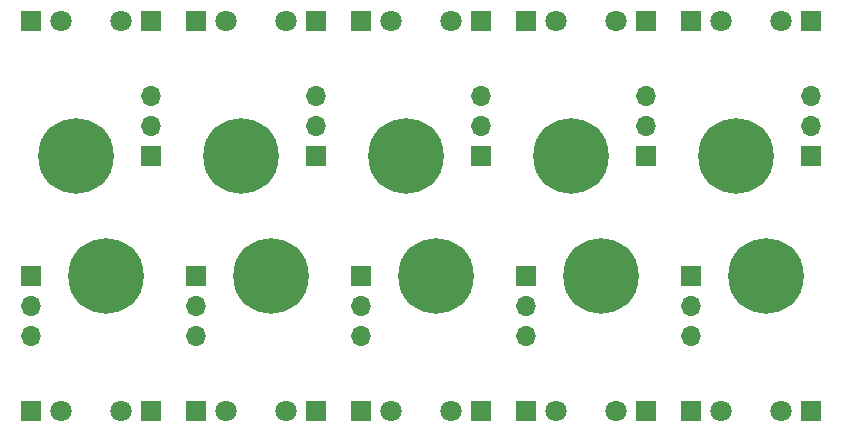
<source format=gbr>
%TF.GenerationSoftware,KiCad,Pcbnew,(5.1.10)-1*%
%TF.CreationDate,2022-10-12T21:43:39-04:00*%
%TF.ProjectId,1581-improved-ledpcb,31353831-2d69-46d7-9072-6f7665642d6c,2*%
%TF.SameCoordinates,Original*%
%TF.FileFunction,Soldermask,Bot*%
%TF.FilePolarity,Negative*%
%FSLAX46Y46*%
G04 Gerber Fmt 4.6, Leading zero omitted, Abs format (unit mm)*
G04 Created by KiCad (PCBNEW (5.1.10)-1) date 2022-10-12 21:43:39*
%MOMM*%
%LPD*%
G01*
G04 APERTURE LIST*
%ADD10R,1.800000X1.800000*%
%ADD11C,1.800000*%
%ADD12O,1.700000X1.700000*%
%ADD13R,1.700000X1.700000*%
%ADD14C,6.400000*%
G04 APERTURE END LIST*
D10*
%TO.C,LED2*%
X176530000Y-110490000D03*
D11*
X179070000Y-110490000D03*
%TD*%
%TO.C,LED1*%
X184150000Y-110490000D03*
D10*
X186690000Y-110490000D03*
%TD*%
D12*
%TO.C,CN7*%
X176530000Y-104140000D03*
X176530000Y-101600000D03*
D13*
X176530000Y-99060000D03*
%TD*%
D14*
%TO.C,H1*%
X182880000Y-99060000D03*
%TD*%
D10*
%TO.C,LED2*%
X162560000Y-110490000D03*
D11*
X165100000Y-110490000D03*
%TD*%
%TO.C,LED1*%
X170180000Y-110490000D03*
D10*
X172720000Y-110490000D03*
%TD*%
D12*
%TO.C,CN7*%
X162560000Y-104140000D03*
X162560000Y-101600000D03*
D13*
X162560000Y-99060000D03*
%TD*%
D14*
%TO.C,H1*%
X168910000Y-99060000D03*
%TD*%
D10*
%TO.C,LED2*%
X148590000Y-110490000D03*
D11*
X151130000Y-110490000D03*
%TD*%
%TO.C,LED1*%
X156210000Y-110490000D03*
D10*
X158750000Y-110490000D03*
%TD*%
D12*
%TO.C,CN7*%
X148590000Y-104140000D03*
X148590000Y-101600000D03*
D13*
X148590000Y-99060000D03*
%TD*%
D14*
%TO.C,H1*%
X154940000Y-99060000D03*
%TD*%
D10*
%TO.C,LED2*%
X134620000Y-110490000D03*
D11*
X137160000Y-110490000D03*
%TD*%
%TO.C,LED1*%
X142240000Y-110490000D03*
D10*
X144780000Y-110490000D03*
%TD*%
D12*
%TO.C,CN7*%
X134620000Y-104140000D03*
X134620000Y-101600000D03*
D13*
X134620000Y-99060000D03*
%TD*%
D14*
%TO.C,H1*%
X140970000Y-99060000D03*
%TD*%
D10*
%TO.C,LED2*%
X120650000Y-110490000D03*
D11*
X123190000Y-110490000D03*
%TD*%
%TO.C,LED1*%
X128270000Y-110490000D03*
D10*
X130810000Y-110490000D03*
%TD*%
D12*
%TO.C,CN7*%
X120650000Y-104140000D03*
X120650000Y-101600000D03*
D13*
X120650000Y-99060000D03*
%TD*%
D14*
%TO.C,H1*%
X127000000Y-99060000D03*
%TD*%
D10*
%TO.C,LED2*%
X186690000Y-77470000D03*
D11*
X184150000Y-77470000D03*
%TD*%
%TO.C,LED1*%
X179070000Y-77470000D03*
D10*
X176530000Y-77470000D03*
%TD*%
D12*
%TO.C,CN7*%
X186690000Y-83820000D03*
X186690000Y-86360000D03*
D13*
X186690000Y-88900000D03*
%TD*%
D14*
%TO.C,H1*%
X180340000Y-88900000D03*
%TD*%
D10*
%TO.C,LED2*%
X172720000Y-77470000D03*
D11*
X170180000Y-77470000D03*
%TD*%
%TO.C,LED1*%
X165100000Y-77470000D03*
D10*
X162560000Y-77470000D03*
%TD*%
D12*
%TO.C,CN7*%
X172720000Y-83820000D03*
X172720000Y-86360000D03*
D13*
X172720000Y-88900000D03*
%TD*%
D14*
%TO.C,H1*%
X166370000Y-88900000D03*
%TD*%
D10*
%TO.C,LED2*%
X158750000Y-77470000D03*
D11*
X156210000Y-77470000D03*
%TD*%
%TO.C,LED1*%
X151130000Y-77470000D03*
D10*
X148590000Y-77470000D03*
%TD*%
D12*
%TO.C,CN7*%
X158750000Y-83820000D03*
X158750000Y-86360000D03*
D13*
X158750000Y-88900000D03*
%TD*%
D14*
%TO.C,H1*%
X152400000Y-88900000D03*
%TD*%
D10*
%TO.C,LED2*%
X144780000Y-77470000D03*
D11*
X142240000Y-77470000D03*
%TD*%
%TO.C,LED1*%
X137160000Y-77470000D03*
D10*
X134620000Y-77470000D03*
%TD*%
D12*
%TO.C,CN7*%
X144780000Y-83820000D03*
X144780000Y-86360000D03*
D13*
X144780000Y-88900000D03*
%TD*%
D14*
%TO.C,H1*%
X138430000Y-88900000D03*
%TD*%
D13*
%TO.C,CN7*%
X130810000Y-88900000D03*
D12*
X130810000Y-86360000D03*
X130810000Y-83820000D03*
%TD*%
D10*
%TO.C,LED1*%
X120650000Y-77470000D03*
D11*
X123190000Y-77470000D03*
%TD*%
%TO.C,LED2*%
X128270000Y-77470000D03*
D10*
X130810000Y-77470000D03*
%TD*%
D14*
%TO.C,H1*%
X124460000Y-88900000D03*
%TD*%
M02*

</source>
